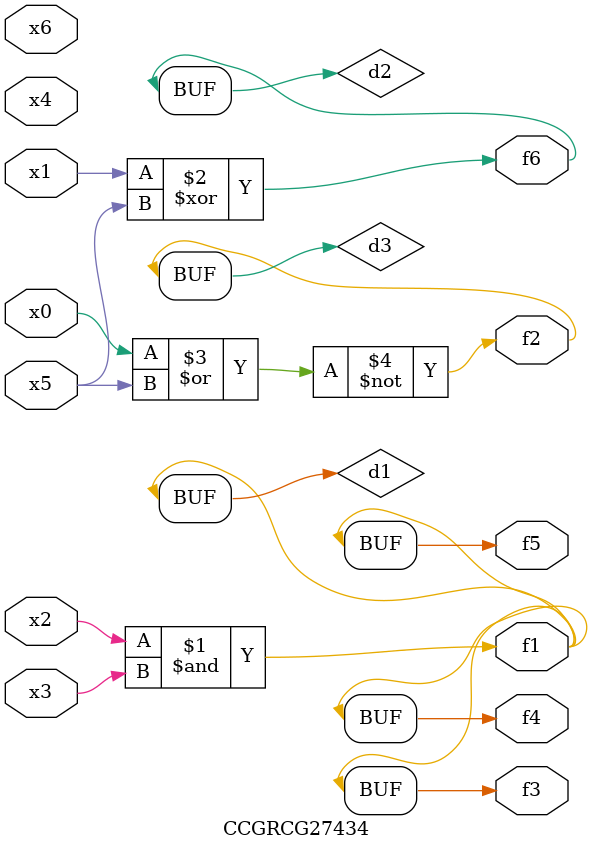
<source format=v>
module CCGRCG27434(
	input x0, x1, x2, x3, x4, x5, x6,
	output f1, f2, f3, f4, f5, f6
);

	wire d1, d2, d3;

	and (d1, x2, x3);
	xor (d2, x1, x5);
	nor (d3, x0, x5);
	assign f1 = d1;
	assign f2 = d3;
	assign f3 = d1;
	assign f4 = d1;
	assign f5 = d1;
	assign f6 = d2;
endmodule

</source>
